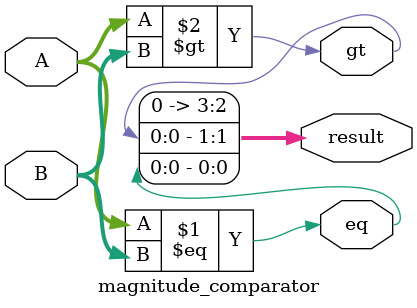
<source format=v>
module top_module (
    input [3:0] A,
    input [3:0] B,
    input select,
    input subtract,
    output eq,
    output gt,
    output [3:0] result
);

    wire [3:0] adder_out;
    wire [3:0] comparator_out;
    wire [3:0] final_result;

    // Instantiate adder/subtractor module
    adder_subtractor add_sub (
        .A(A),
        .B(B),
        .subtract(subtract),
        .result(adder_out)
    );

    // Instantiate magnitude comparator module
    magnitude_comparator mag_comp (
        .A(A),
        .B(B),
        .eq(eq),
        .gt(gt),
        .result(comparator_out)
    );

    // Functional module to select output
    assign final_result = select ? comparator_out : adder_out;

    // Output signals
    assign result = final_result;

endmodule

// Adder/Subtractor module
module adder_subtractor (
    input [3:0] A,
    input [3:0] B,
    input subtract,
    output [3:0] result
);

    assign result = subtract ? A - B : A + B;

endmodule

// Magnitude Comparator module
module magnitude_comparator (
    input [3:0] A,
    input [3:0] B,
    output eq,
    output gt,
    output [3:0] result
);

    assign eq = (A == B);
    assign gt = (A > B);
    assign result = {gt, eq};

endmodule
</source>
